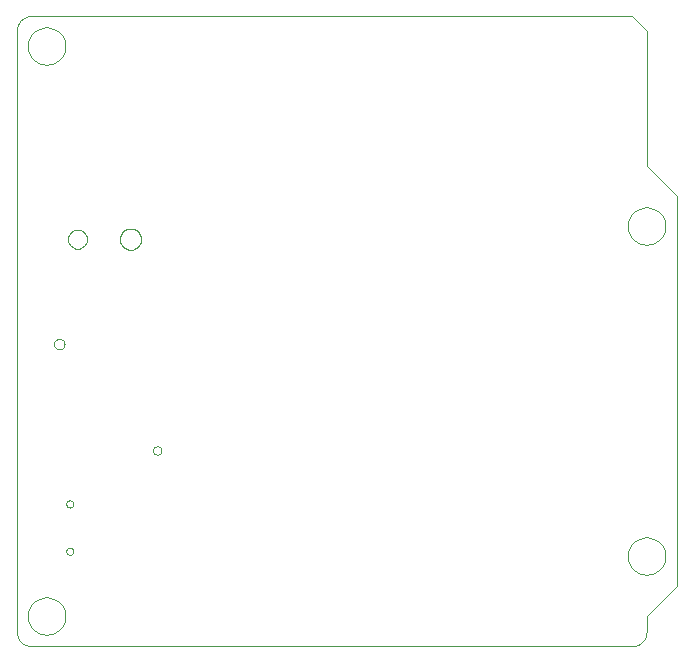
<source format=gbr>
G04 PROTEUS RS274X GERBER FILE*
%FSLAX45Y45*%
%MOMM*%
G01*
%ADD42C,0.025400*%
D42*
X+5492750Y+762000D02*
X+5492220Y+774958D01*
X+5487916Y+800876D01*
X+5478925Y+826794D01*
X+5464280Y+852712D01*
X+5441876Y+878466D01*
X+5415958Y+897958D01*
X+5390040Y+910530D01*
X+5364122Y+917866D01*
X+5338204Y+920694D01*
X+5334000Y+920750D01*
X+5175250Y+762000D02*
X+5175780Y+774958D01*
X+5180084Y+800876D01*
X+5189075Y+826794D01*
X+5203720Y+852712D01*
X+5226124Y+878466D01*
X+5252042Y+897958D01*
X+5277960Y+910530D01*
X+5303878Y+917866D01*
X+5329796Y+920694D01*
X+5334000Y+920750D01*
X+5175250Y+762000D02*
X+5175780Y+749042D01*
X+5180084Y+723124D01*
X+5189075Y+697206D01*
X+5203720Y+671288D01*
X+5226124Y+645534D01*
X+5252042Y+626042D01*
X+5277960Y+613470D01*
X+5303878Y+606134D01*
X+5329796Y+603306D01*
X+5334000Y+603250D01*
X+5492750Y+762000D02*
X+5492220Y+749042D01*
X+5487916Y+723124D01*
X+5478925Y+697206D01*
X+5464280Y+671288D01*
X+5441876Y+645534D01*
X+5415958Y+626042D01*
X+5390040Y+613470D01*
X+5364122Y+606134D01*
X+5338204Y+603306D01*
X+5334000Y+603250D01*
X+5492750Y+3556000D02*
X+5492220Y+3568958D01*
X+5487916Y+3594876D01*
X+5478925Y+3620794D01*
X+5464280Y+3646712D01*
X+5441876Y+3672466D01*
X+5415958Y+3691958D01*
X+5390040Y+3704530D01*
X+5364122Y+3711866D01*
X+5338204Y+3714694D01*
X+5334000Y+3714750D01*
X+5175250Y+3556000D02*
X+5175780Y+3568958D01*
X+5180084Y+3594876D01*
X+5189075Y+3620794D01*
X+5203720Y+3646712D01*
X+5226124Y+3672466D01*
X+5252042Y+3691958D01*
X+5277960Y+3704530D01*
X+5303878Y+3711866D01*
X+5329796Y+3714694D01*
X+5334000Y+3714750D01*
X+5175250Y+3556000D02*
X+5175780Y+3543042D01*
X+5180084Y+3517124D01*
X+5189075Y+3491206D01*
X+5203720Y+3465288D01*
X+5226124Y+3439534D01*
X+5252042Y+3420042D01*
X+5277960Y+3407470D01*
X+5303878Y+3400134D01*
X+5329796Y+3397306D01*
X+5334000Y+3397250D01*
X+5492750Y+3556000D02*
X+5492220Y+3543042D01*
X+5487916Y+3517124D01*
X+5478925Y+3491206D01*
X+5464280Y+3465288D01*
X+5441876Y+3439534D01*
X+5415958Y+3420042D01*
X+5390040Y+3407470D01*
X+5364122Y+3400134D01*
X+5338204Y+3397306D01*
X+5334000Y+3397250D01*
X+412750Y+5080000D02*
X+412220Y+5092958D01*
X+407916Y+5118876D01*
X+398925Y+5144794D01*
X+384280Y+5170712D01*
X+361876Y+5196466D01*
X+335958Y+5215958D01*
X+310040Y+5228530D01*
X+284122Y+5235866D01*
X+258204Y+5238694D01*
X+254000Y+5238750D01*
X+95250Y+5080000D02*
X+95780Y+5092958D01*
X+100084Y+5118876D01*
X+109075Y+5144794D01*
X+123720Y+5170712D01*
X+146124Y+5196466D01*
X+172042Y+5215958D01*
X+197960Y+5228530D01*
X+223878Y+5235866D01*
X+249796Y+5238694D01*
X+254000Y+5238750D01*
X+95250Y+5080000D02*
X+95780Y+5067042D01*
X+100084Y+5041124D01*
X+109075Y+5015206D01*
X+123720Y+4989288D01*
X+146124Y+4963534D01*
X+172042Y+4944042D01*
X+197960Y+4931470D01*
X+223878Y+4924134D01*
X+249796Y+4921306D01*
X+254000Y+4921250D01*
X+412750Y+5080000D02*
X+412220Y+5067042D01*
X+407916Y+5041124D01*
X+398925Y+5015206D01*
X+384280Y+4989288D01*
X+361876Y+4963534D01*
X+335958Y+4944042D01*
X+310040Y+4931470D01*
X+284122Y+4924134D01*
X+258204Y+4921306D01*
X+254000Y+4921250D01*
X+412750Y+254000D02*
X+412220Y+266958D01*
X+407916Y+292876D01*
X+398925Y+318794D01*
X+384280Y+344712D01*
X+361876Y+370466D01*
X+335958Y+389958D01*
X+310040Y+402530D01*
X+284122Y+409866D01*
X+258204Y+412694D01*
X+254000Y+412750D01*
X+95250Y+254000D02*
X+95780Y+266958D01*
X+100084Y+292876D01*
X+109075Y+318794D01*
X+123720Y+344712D01*
X+146124Y+370466D01*
X+172042Y+389958D01*
X+197960Y+402530D01*
X+223878Y+409866D01*
X+249796Y+412694D01*
X+254000Y+412750D01*
X+95250Y+254000D02*
X+95780Y+241042D01*
X+100084Y+215124D01*
X+109075Y+189206D01*
X+123720Y+163288D01*
X+146124Y+137534D01*
X+172042Y+118042D01*
X+197960Y+105470D01*
X+223878Y+98134D01*
X+249796Y+95306D01*
X+254000Y+95250D01*
X+412750Y+254000D02*
X+412220Y+241042D01*
X+407916Y+215124D01*
X+398925Y+189206D01*
X+384280Y+163288D01*
X+361876Y+137534D01*
X+335958Y+118042D01*
X+310040Y+105470D01*
X+284122Y+98134D01*
X+258204Y+95306D01*
X+254000Y+95250D01*
X+0Y+127000D02*
X+2527Y+101032D01*
X+9798Y+77018D01*
X+21348Y+55423D01*
X+36711Y+36711D01*
X+55423Y+21347D01*
X+77018Y+9798D01*
X+101032Y+2527D01*
X+127000Y+0D01*
X+5207000Y+0D01*
X+5232967Y+2527D01*
X+5256981Y+9798D01*
X+5278577Y+21347D01*
X+5297289Y+36711D01*
X+5312652Y+55423D01*
X+5324202Y+77018D01*
X+5331473Y+101032D01*
X+5334000Y+127000D01*
X+5334000Y+254000D01*
X+5588000Y+508000D01*
X+5588000Y+3810000D01*
X+5334000Y+4064000D01*
X+5334000Y+5207000D01*
X+5207000Y+5334000D01*
X+127000Y+5334000D01*
X+101032Y+5331473D01*
X+77018Y+5324202D01*
X+55423Y+5312652D01*
X+36711Y+5297289D01*
X+21348Y+5278577D01*
X+9798Y+5256981D01*
X+2527Y+5232967D01*
X+0Y+5207000D01*
X+0Y+127000D01*
X+480300Y+803300D02*
X+480197Y+805789D01*
X+479355Y+810769D01*
X+477595Y+815749D01*
X+474718Y+820729D01*
X+470317Y+825645D01*
X+465337Y+829259D01*
X+460357Y+831564D01*
X+455377Y+832867D01*
X+450397Y+833300D01*
X+450300Y+833300D01*
X+420300Y+803300D02*
X+420403Y+805789D01*
X+421245Y+810769D01*
X+423005Y+815749D01*
X+425882Y+820729D01*
X+430283Y+825645D01*
X+435263Y+829259D01*
X+440243Y+831564D01*
X+445223Y+832867D01*
X+450203Y+833300D01*
X+450300Y+833300D01*
X+420300Y+803300D02*
X+420403Y+800811D01*
X+421245Y+795831D01*
X+423005Y+790851D01*
X+425882Y+785871D01*
X+430283Y+780955D01*
X+435263Y+777341D01*
X+440243Y+775036D01*
X+445223Y+773733D01*
X+450203Y+773300D01*
X+450300Y+773300D01*
X+480300Y+803300D02*
X+480197Y+800811D01*
X+479355Y+795831D01*
X+477595Y+790851D01*
X+474718Y+785871D01*
X+470317Y+780955D01*
X+465337Y+777341D01*
X+460357Y+775036D01*
X+455377Y+773733D01*
X+450397Y+773300D01*
X+450300Y+773300D01*
X+480300Y+1203300D02*
X+480197Y+1205789D01*
X+479355Y+1210769D01*
X+477595Y+1215749D01*
X+474718Y+1220729D01*
X+470317Y+1225645D01*
X+465337Y+1229259D01*
X+460357Y+1231564D01*
X+455377Y+1232867D01*
X+450397Y+1233300D01*
X+450300Y+1233300D01*
X+420300Y+1203300D02*
X+420403Y+1205789D01*
X+421245Y+1210769D01*
X+423005Y+1215749D01*
X+425882Y+1220729D01*
X+430283Y+1225645D01*
X+435263Y+1229259D01*
X+440243Y+1231564D01*
X+445223Y+1232867D01*
X+450203Y+1233300D01*
X+450300Y+1233300D01*
X+420300Y+1203300D02*
X+420403Y+1200811D01*
X+421245Y+1195831D01*
X+423005Y+1190851D01*
X+425882Y+1185871D01*
X+430283Y+1180955D01*
X+435263Y+1177341D01*
X+440243Y+1175036D01*
X+445223Y+1173733D01*
X+450203Y+1173300D01*
X+450300Y+1173300D01*
X+480300Y+1203300D02*
X+480197Y+1200811D01*
X+479355Y+1195831D01*
X+477595Y+1190851D01*
X+474718Y+1185871D01*
X+470317Y+1180955D01*
X+465337Y+1177341D01*
X+460357Y+1175036D01*
X+455377Y+1173733D01*
X+450397Y+1173300D01*
X+450300Y+1173300D01*
X+594700Y+3443900D02*
X+594428Y+3450496D01*
X+592214Y+3463690D01*
X+587584Y+3476884D01*
X+580027Y+3490078D01*
X+568465Y+3503140D01*
X+555271Y+3512849D01*
X+542077Y+3519070D01*
X+528883Y+3522633D01*
X+515689Y+3523894D01*
X+514700Y+3523900D01*
X+434700Y+3443900D02*
X+434972Y+3450496D01*
X+437186Y+3463690D01*
X+441816Y+3476884D01*
X+449373Y+3490078D01*
X+460935Y+3503140D01*
X+474129Y+3512849D01*
X+487323Y+3519070D01*
X+500517Y+3522633D01*
X+513711Y+3523894D01*
X+514700Y+3523900D01*
X+434700Y+3443900D02*
X+434972Y+3437304D01*
X+437186Y+3424110D01*
X+441816Y+3410916D01*
X+449373Y+3397722D01*
X+460935Y+3384660D01*
X+474129Y+3374951D01*
X+487323Y+3368730D01*
X+500517Y+3365167D01*
X+513711Y+3363906D01*
X+514700Y+3363900D01*
X+594700Y+3443900D02*
X+594428Y+3437304D01*
X+592214Y+3424110D01*
X+587584Y+3410916D01*
X+580027Y+3397722D01*
X+568465Y+3384660D01*
X+555271Y+3374951D01*
X+542077Y+3368730D01*
X+528883Y+3365167D01*
X+515689Y+3363906D01*
X+514700Y+3363900D01*
X+1054700Y+3443900D02*
X+1054394Y+3451311D01*
X+1051910Y+3466135D01*
X+1046716Y+3480959D01*
X+1038240Y+3495783D01*
X+1025272Y+3510466D01*
X+1010448Y+3521406D01*
X+995624Y+3528420D01*
X+980800Y+3532448D01*
X+965976Y+3533891D01*
X+964700Y+3533900D01*
X+874700Y+3443900D02*
X+875006Y+3451311D01*
X+877490Y+3466135D01*
X+882684Y+3480959D01*
X+891160Y+3495783D01*
X+904128Y+3510466D01*
X+918952Y+3521406D01*
X+933776Y+3528420D01*
X+948600Y+3532448D01*
X+963424Y+3533891D01*
X+964700Y+3533900D01*
X+874700Y+3443900D02*
X+875006Y+3436489D01*
X+877490Y+3421665D01*
X+882684Y+3406841D01*
X+891160Y+3392017D01*
X+904128Y+3377334D01*
X+918952Y+3366394D01*
X+933776Y+3359380D01*
X+948600Y+3355352D01*
X+963424Y+3353909D01*
X+964700Y+3353900D01*
X+1054700Y+3443900D02*
X+1054394Y+3436489D01*
X+1051910Y+3421665D01*
X+1046716Y+3406841D01*
X+1038240Y+3392017D01*
X+1025272Y+3377334D01*
X+1010448Y+3366394D01*
X+995624Y+3359380D01*
X+980800Y+3355352D01*
X+965976Y+3353909D01*
X+964700Y+3353900D01*
X+1225050Y+1656200D02*
X+1224929Y+1659102D01*
X+1223949Y+1664908D01*
X+1221899Y+1670714D01*
X+1218547Y+1676520D01*
X+1213421Y+1682254D01*
X+1207615Y+1686473D01*
X+1201809Y+1689166D01*
X+1196003Y+1690690D01*
X+1190197Y+1691200D01*
X+1190050Y+1691200D01*
X+1155050Y+1656200D02*
X+1155171Y+1659102D01*
X+1156151Y+1664908D01*
X+1158201Y+1670714D01*
X+1161553Y+1676520D01*
X+1166679Y+1682254D01*
X+1172485Y+1686473D01*
X+1178291Y+1689166D01*
X+1184097Y+1690690D01*
X+1189903Y+1691200D01*
X+1190050Y+1691200D01*
X+1155050Y+1656200D02*
X+1155171Y+1653298D01*
X+1156151Y+1647492D01*
X+1158201Y+1641686D01*
X+1161553Y+1635880D01*
X+1166679Y+1630146D01*
X+1172485Y+1625927D01*
X+1178291Y+1623234D01*
X+1184097Y+1621710D01*
X+1189903Y+1621200D01*
X+1190050Y+1621200D01*
X+1225050Y+1656200D02*
X+1224929Y+1653298D01*
X+1223949Y+1647492D01*
X+1221899Y+1641686D01*
X+1218547Y+1635880D01*
X+1213421Y+1630146D01*
X+1207615Y+1625927D01*
X+1201809Y+1623234D01*
X+1196003Y+1621710D01*
X+1190197Y+1621200D01*
X+1190050Y+1621200D01*
X+405050Y+2556200D02*
X+404895Y+2559927D01*
X+403639Y+2567382D01*
X+401009Y+2574837D01*
X+396713Y+2582292D01*
X+390143Y+2589658D01*
X+382688Y+2595091D01*
X+375233Y+2598561D01*
X+367778Y+2600531D01*
X+360323Y+2601199D01*
X+360050Y+2601200D01*
X+315050Y+2556200D02*
X+315205Y+2559927D01*
X+316461Y+2567382D01*
X+319091Y+2574837D01*
X+323387Y+2582292D01*
X+329957Y+2589658D01*
X+337412Y+2595091D01*
X+344867Y+2598561D01*
X+352322Y+2600531D01*
X+359777Y+2601199D01*
X+360050Y+2601200D01*
X+315050Y+2556200D02*
X+315205Y+2552473D01*
X+316461Y+2545018D01*
X+319091Y+2537563D01*
X+323387Y+2530108D01*
X+329957Y+2522742D01*
X+337412Y+2517309D01*
X+344867Y+2513839D01*
X+352322Y+2511869D01*
X+359777Y+2511201D01*
X+360050Y+2511200D01*
X+405050Y+2556200D02*
X+404895Y+2552473D01*
X+403639Y+2545018D01*
X+401009Y+2537563D01*
X+396713Y+2530108D01*
X+390143Y+2522742D01*
X+382688Y+2517309D01*
X+375233Y+2513839D01*
X+367778Y+2511869D01*
X+360323Y+2511201D01*
X+360050Y+2511200D01*
M02*

</source>
